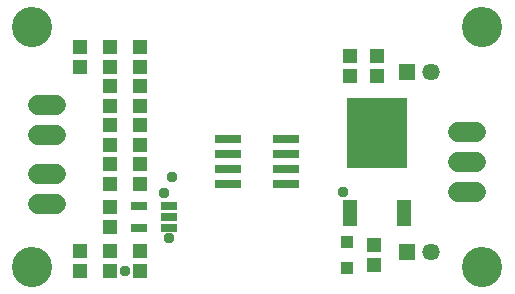
<source format=gbr>
G04 EAGLE Gerber RS-274X export*
G75*
%MOMM*%
%FSLAX34Y34*%
%LPD*%
%INSoldermask Top*%
%IPPOS*%
%AMOC8*
5,1,8,0,0,1.08239X$1,22.5*%
G01*
%ADD10C,3.403200*%
%ADD11R,1.461200X1.461200*%
%ADD12C,1.461200*%
%ADD13R,1.203200X1.303200*%
%ADD14R,1.003200X1.003200*%
%ADD15R,1.203200X2.303200*%
%ADD16R,5.103200X6.053200*%
%ADD17R,1.353200X0.803200*%
%ADD18R,2.184400X0.762000*%
%ADD19R,1.303200X1.203200*%
%ADD20C,1.711200*%
%ADD21C,0.959600*%


D10*
X38100Y63500D03*
X38100Y266700D03*
X419100Y63500D03*
X419100Y266700D03*
D11*
X355600Y76200D03*
D12*
X375600Y76200D03*
D13*
X327660Y65160D03*
X327660Y82160D03*
X330200Y242180D03*
X330200Y225180D03*
D11*
X355600Y228600D03*
D12*
X375600Y228600D03*
D13*
X78740Y60080D03*
X78740Y77080D03*
X307340Y242180D03*
X307340Y225180D03*
D14*
X304800Y62660D03*
X304800Y84660D03*
D15*
X307400Y108900D03*
X353000Y108900D03*
D16*
X330200Y176900D03*
D17*
X153970Y96280D03*
X153970Y105780D03*
X153970Y115280D03*
X127970Y115280D03*
X127970Y96280D03*
D18*
X253238Y133350D03*
X253238Y146050D03*
X253238Y158750D03*
X253238Y171450D03*
X203962Y171450D03*
X203962Y158750D03*
X203962Y146050D03*
X203962Y133350D03*
D19*
X78740Y232800D03*
X78740Y249800D03*
X104140Y97280D03*
X104140Y114280D03*
X129540Y77080D03*
X129540Y60080D03*
X104140Y60080D03*
X104140Y77080D03*
X104140Y249800D03*
X104140Y232800D03*
X129540Y249800D03*
X129540Y232800D03*
X129540Y199780D03*
X129540Y216780D03*
X104140Y199780D03*
X104140Y216780D03*
X104140Y166760D03*
X104140Y183760D03*
X129540Y183760D03*
X129540Y166760D03*
X129540Y150740D03*
X129540Y133740D03*
X104140Y150740D03*
X104140Y133740D03*
D20*
X58340Y175260D02*
X43260Y175260D01*
X43260Y200660D02*
X58340Y200660D01*
X58340Y116840D02*
X43260Y116840D01*
X43260Y142240D02*
X58340Y142240D01*
X398860Y177800D02*
X413940Y177800D01*
X413940Y152400D02*
X398860Y152400D01*
X398860Y127000D02*
X413940Y127000D01*
D21*
X300990Y127000D03*
X116840Y60080D03*
X149860Y125730D03*
X156210Y139700D03*
X153970Y87630D03*
M02*

</source>
